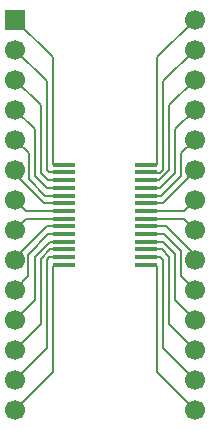
<source format=gtl>
G04 #@! TF.GenerationSoftware,KiCad,Pcbnew,9.0.6*
G04 #@! TF.CreationDate,2026-01-05T13:28:29-06:00*
G04 #@! TF.ProjectId,SSOP-28_5.3x10.2_P0.65,53534f50-2d32-4385-9f35-2e337831302e,rev?*
G04 #@! TF.SameCoordinates,Original*
G04 #@! TF.FileFunction,Copper,L1,Top*
G04 #@! TF.FilePolarity,Positive*
%FSLAX46Y46*%
G04 Gerber Fmt 4.6, Leading zero omitted, Abs format (unit mm)*
G04 Created by KiCad (PCBNEW 9.0.6) date 2026-01-05 13:28:29*
%MOMM*%
%LPD*%
G01*
G04 APERTURE LIST*
G04 Aperture macros list*
%AMRoundRect*
0 Rectangle with rounded corners*
0 $1 Rounding radius*
0 $2 $3 $4 $5 $6 $7 $8 $9 X,Y pos of 4 corners*
0 Add a 4 corners polygon primitive as box body*
4,1,4,$2,$3,$4,$5,$6,$7,$8,$9,$2,$3,0*
0 Add four circle primitives for the rounded corners*
1,1,$1+$1,$2,$3*
1,1,$1+$1,$4,$5*
1,1,$1+$1,$6,$7*
1,1,$1+$1,$8,$9*
0 Add four rect primitives between the rounded corners*
20,1,$1+$1,$2,$3,$4,$5,0*
20,1,$1+$1,$4,$5,$6,$7,0*
20,1,$1+$1,$6,$7,$8,$9,0*
20,1,$1+$1,$8,$9,$2,$3,0*%
G04 Aperture macros list end*
G04 #@! TA.AperFunction,ComponentPad*
%ADD10C,1.700000*%
G04 #@! TD*
G04 #@! TA.AperFunction,ComponentPad*
%ADD11R,1.700000X1.700000*%
G04 #@! TD*
G04 #@! TA.AperFunction,SMDPad,CuDef*
%ADD12RoundRect,0.100000X-0.850000X-0.100000X0.850000X-0.100000X0.850000X0.100000X-0.850000X0.100000X0*%
G04 #@! TD*
G04 #@! TA.AperFunction,Conductor*
%ADD13C,0.200000*%
G04 #@! TD*
G04 APERTURE END LIST*
D10*
X139192000Y-119634000D03*
X139192000Y-117094000D03*
X139192000Y-114554000D03*
X139192000Y-112014000D03*
X139192000Y-109474000D03*
X139192000Y-106934000D03*
X139192000Y-104394000D03*
X139192000Y-101854000D03*
X139192000Y-99314000D03*
X139192000Y-96774000D03*
X139192000Y-94234000D03*
X139192000Y-91694000D03*
X139192000Y-89154000D03*
X139192000Y-86614000D03*
X123952000Y-119634000D03*
X123952000Y-117094000D03*
X123952000Y-114554000D03*
X123952000Y-112014000D03*
X123952000Y-109474000D03*
X123952000Y-106934000D03*
X123952000Y-104394000D03*
X123952000Y-101854000D03*
X123952000Y-99314000D03*
X123952000Y-96774000D03*
X123952000Y-94234000D03*
X123952000Y-91694000D03*
X123952000Y-89154000D03*
D11*
X123952000Y-86614000D03*
D12*
X135072000Y-98899000D03*
X135072000Y-99549000D03*
X135072000Y-100199000D03*
X135072000Y-100849000D03*
X135072000Y-101499000D03*
X135072000Y-102149000D03*
X135072000Y-102799000D03*
X135072000Y-103449000D03*
X135072000Y-104099000D03*
X135072000Y-104749000D03*
X135072000Y-105399000D03*
X135072000Y-106049000D03*
X135072000Y-106699000D03*
X135072000Y-107349000D03*
X128072000Y-107349000D03*
X128072000Y-106699000D03*
X128072000Y-106049000D03*
X128072000Y-105399000D03*
X128072000Y-104749000D03*
X128072000Y-104099000D03*
X128072000Y-103449000D03*
X128072000Y-102799000D03*
X128072000Y-102149000D03*
X128072000Y-101499000D03*
X128072000Y-100849000D03*
X128072000Y-100199000D03*
X128072000Y-99549000D03*
X128072000Y-98899000D03*
D13*
X135988845Y-108718049D02*
X135988845Y-107448049D01*
X135988845Y-108718049D02*
X135988845Y-116461049D01*
X135988845Y-116461049D02*
X139167845Y-119640049D01*
X138222845Y-103455049D02*
X139167845Y-104400049D01*
X139167845Y-96780049D02*
X138035172Y-97912722D01*
X135170845Y-103455049D02*
X138222845Y-103455049D01*
X139167845Y-106563049D02*
X139167845Y-106940049D01*
X135170845Y-102805050D02*
X138222844Y-102805049D01*
X135170845Y-104105048D02*
X136709845Y-104105049D01*
X136455845Y-102155049D02*
X139167845Y-99443049D01*
X138035172Y-97912722D02*
X138035172Y-99813722D01*
X136709845Y-104105049D02*
X139167845Y-106563049D01*
X135988845Y-98087049D02*
X135988845Y-97796049D01*
X138222844Y-102805049D02*
X139167845Y-101860049D01*
X135988845Y-89799049D02*
X139167845Y-86620049D01*
X139167845Y-99443049D02*
X139167845Y-99320049D01*
X135170845Y-102155049D02*
X136455845Y-102155049D01*
X135170845Y-101505049D02*
X136343845Y-101505049D01*
X136343845Y-101505049D02*
X138020845Y-99828049D01*
X136496845Y-106940050D02*
X136496845Y-114429049D01*
X137004845Y-93863049D02*
X139167845Y-91700049D01*
X135170845Y-99555050D02*
X136261845Y-99555049D01*
X136496845Y-91831049D02*
X139167845Y-89160049D01*
X135170845Y-100855049D02*
X136231845Y-100855049D01*
X135170845Y-100205049D02*
X136177531Y-100205048D01*
X137004845Y-99377735D02*
X137004845Y-93863049D01*
X136496845Y-99320049D02*
X136496845Y-91831049D01*
X136261845Y-99555049D02*
X136496845Y-99320049D01*
X136177531Y-100205048D02*
X137004845Y-99377735D01*
X137512846Y-99574049D02*
X137512845Y-95895049D01*
X136231845Y-100855049D02*
X137512846Y-99574049D01*
X135170845Y-106705049D02*
X136261844Y-106705049D01*
X136261844Y-106705049D02*
X136496845Y-106940050D01*
X138017845Y-108330050D02*
X139167845Y-109480049D01*
X135170845Y-104755049D02*
X136597845Y-104755049D01*
X136496845Y-114429049D02*
X139167845Y-117100049D01*
X135988845Y-97796049D02*
X135988845Y-89799049D01*
X136597845Y-104755049D02*
X138017845Y-106175048D01*
X138017845Y-106175048D02*
X138017845Y-108330050D01*
X137512845Y-110365049D02*
X139167845Y-112020049D01*
X137512845Y-106432049D02*
X137512845Y-110365049D01*
X135988845Y-97796049D02*
X135988845Y-98812049D01*
X136485845Y-105405049D02*
X137512845Y-106432049D01*
X135170845Y-105405049D02*
X136485845Y-105405049D01*
X135170845Y-106055050D02*
X136373845Y-106055049D01*
X136373845Y-106055049D02*
X137004845Y-106686049D01*
X137004845Y-106686049D02*
X137004845Y-112397049D01*
X137004845Y-112397049D02*
X139167845Y-114560049D01*
X137512845Y-95895049D02*
X139167845Y-94240049D01*
X127131000Y-108458000D02*
X127131000Y-116455000D01*
X127131000Y-108458000D02*
X127131000Y-107442000D01*
X127131000Y-97536000D02*
X127131000Y-98806000D01*
X127131000Y-89793000D02*
X123952000Y-86614000D01*
X127131000Y-97536000D02*
X127131000Y-89793000D01*
X127131000Y-108167000D02*
X127131000Y-108458000D01*
X127131000Y-116455000D02*
X123952000Y-119634000D01*
X123952000Y-106811000D02*
X123952000Y-106934000D01*
X126664000Y-104099000D02*
X123952000Y-106811000D01*
X127949000Y-104099000D02*
X126664000Y-104099000D01*
X125084673Y-108341327D02*
X125084673Y-106440327D01*
X123952000Y-109474000D02*
X125084673Y-108341327D01*
X126776000Y-104749000D02*
X125099000Y-106426000D01*
X127949000Y-104749000D02*
X126776000Y-104749000D01*
X125607000Y-110359000D02*
X123952000Y-112014000D01*
X125607000Y-106680000D02*
X125607000Y-110359000D01*
X126888000Y-105399000D02*
X125607000Y-106680000D01*
X127949000Y-105399000D02*
X126888000Y-105399000D01*
X126115000Y-112391000D02*
X123952000Y-114554000D01*
X126942314Y-106049000D02*
X126115000Y-106876314D01*
X127949000Y-106049000D02*
X126942314Y-106049000D01*
X126115000Y-106876314D02*
X126115000Y-112391000D01*
X126623000Y-106934000D02*
X126623000Y-114423000D01*
X126623000Y-114423000D02*
X123952000Y-117094000D01*
X126858000Y-106699000D02*
X126623000Y-106934000D01*
X127949000Y-106699000D02*
X126858000Y-106699000D01*
X124897000Y-103449000D02*
X123952000Y-104394000D01*
X127949000Y-103449000D02*
X124897000Y-103449000D01*
X124897000Y-102799000D02*
X123952000Y-101854000D01*
X127949000Y-102799000D02*
X124897000Y-102799000D01*
X123952000Y-99691000D02*
X123952000Y-99314000D01*
X126410000Y-102149000D02*
X123952000Y-99691000D01*
X127949000Y-102149000D02*
X126410000Y-102149000D01*
X125102000Y-97924000D02*
X123952000Y-96774000D01*
X125102000Y-100079000D02*
X125102000Y-97924000D01*
X126522000Y-101499000D02*
X125102000Y-100079000D01*
X127949000Y-101499000D02*
X126522000Y-101499000D01*
X125607000Y-99822000D02*
X125607000Y-95889000D01*
X126634000Y-100849000D02*
X125607000Y-99822000D01*
X127949000Y-100849000D02*
X126634000Y-100849000D01*
X125607000Y-95889000D02*
X123952000Y-94234000D01*
X126115000Y-99568000D02*
X126115000Y-93857000D01*
X126746000Y-100199000D02*
X126115000Y-99568000D01*
X126115000Y-93857000D02*
X123952000Y-91694000D01*
X127949000Y-100199000D02*
X126746000Y-100199000D01*
X126623000Y-91825000D02*
X123952000Y-89154000D01*
X126623000Y-99314000D02*
X126623000Y-91825000D01*
X126858000Y-99549000D02*
X126623000Y-99314000D01*
X127949000Y-99549000D02*
X126858000Y-99549000D01*
M02*

</source>
